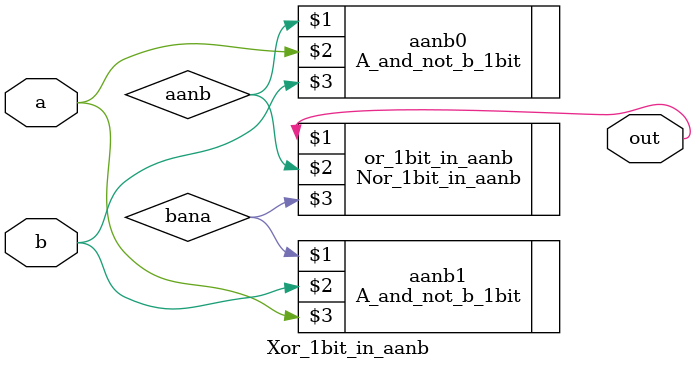
<source format=v>
`timescale 1ns/1ps

module Xor_1bit_in_aanb (out, a, b);
input a;
input b;
output out;

wire aanb, bana;
A_and_not_b_1bit aanb0 (aanb, a, b);
A_and_not_b_1bit aanb1 (bana, b, a);
Nor_1bit_in_aanb or_1bit_in_aanb (out, aanb, bana);

endmodule
</source>
